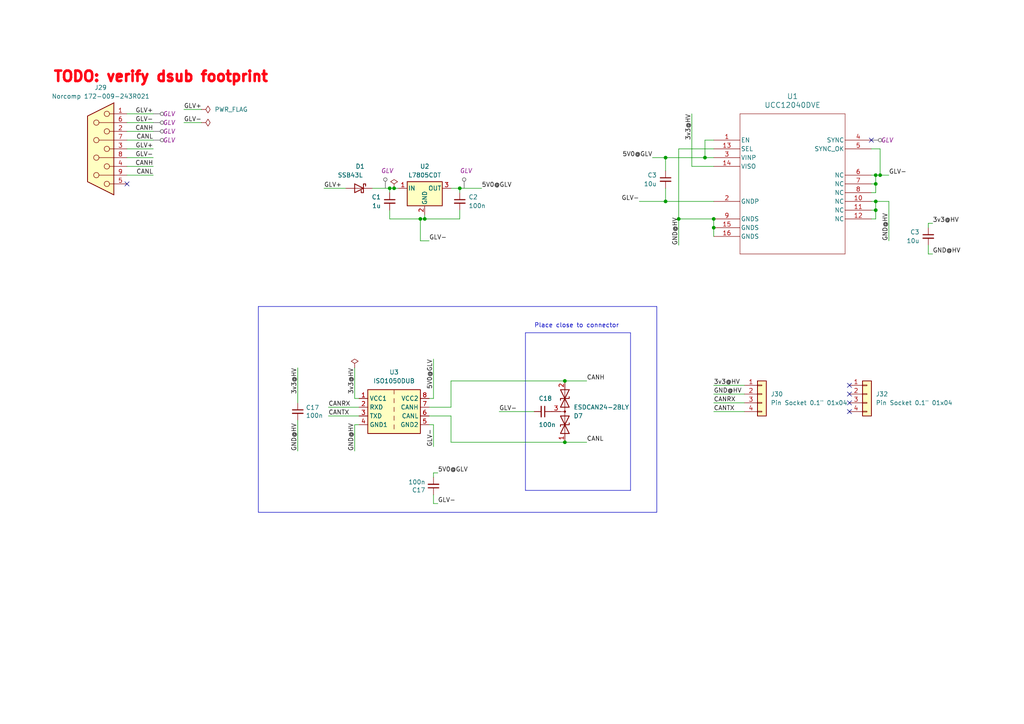
<source format=kicad_sch>
(kicad_sch (version 20230121) (generator eeschema)
  (paper "A4")
  (lib_symbols
    (symbol "2023-09-25_19-05-59:UCC12040DVE" (pin_names (offset 0.254))
      (property "Reference" "U" (at 22.86 12.7 0))
      (property "Value" "UCC12040DVE" (at 22.86 10.16 0))
      (symbol "UCC12040DVE_0_1"
        (polyline (pts (xy 7.62 -33.02) (xy 38.1 -33.02)) (stroke (width 0.127)))
        (polyline (pts (xy 7.62 7.62) (xy 7.62 -33.02)) (stroke (width 0.127)))
        (polyline (pts (xy 38.1 -33.02) (xy 38.1 7.62)) (stroke (width 0.127)))
        (polyline (pts (xy 38.1 7.62) (xy 7.62 7.62)) (stroke (width 0.127)))
        (pin unspecified line (at 0 0 0) (length 7.62) (name "EN") (number "1"))
        (pin unspecified line (at 0 -2.54 0) (length 7.62) (name "SEL") (number "13"))
        (pin unspecified line (at 0 -7.62 0) (length 7.62) (name "VISO") (number "14"))
        (pin power_out line (at 0 -25.4 0) (length 7.62) (name "GNDS") (number "15"))
        (pin power_out line (at 0 -27.94 0) (length 7.62) (name "GNDS") (number "16"))
        (pin power_out line (at 0 -17.78 0) (length 7.62) (name "GNDP") (number "2"))
        (pin unspecified line (at 0 -5.08 0) (length 7.62) (name "VINP") (number "3"))
        (pin unspecified line (at 45.72 0 180) (length 7.62) (name "SYNC") (number "4"))
        (pin unspecified line (at 45.72 -2.54 180) (length 7.62) (name "SYNC_OK") (number "5"))
        (pin power_out line (at 0 -22.86 0) (length 7.62) (name "GNDS") (number "9"))
      )
      (symbol "UCC12040DVE_1_1"
        (pin passive line (at 45.72 -17.78 180) (length 7.62) (name "NC") (number "10"))
        (pin passive line (at 45.72 -20.32 180) (length 7.62) (name "NC") (number "11"))
        (pin passive line (at 45.72 -22.86 180) (length 7.62) (name "NC") (number "12"))
        (pin passive line (at 45.72 -10.16 180) (length 7.62) (name "NC") (number "6"))
        (pin passive line (at 45.72 -12.7 180) (length 7.62) (name "NC") (number "7"))
        (pin passive line (at 45.72 -15.24 180) (length 7.62) (name "NC") (number "8"))
      )
    )
    (symbol "Connector:DE9_Receptacle" (pin_names (offset 1.016) hide)
      (property "Reference" "J" (at 0 13.97 0))
      (property "Value" "DE9_Receptacle" (at 0 -14.605 0))
      (symbol "DE9_Receptacle_0_1"
        (circle (center -1.778 -10.16) (radius 0.762))
        (circle (center -1.778 -5.08) (radius 0.762))
        (circle (center -1.778 0) (radius 0.762))
        (circle (center -1.778 5.08) (radius 0.762))
        (circle (center -1.778 10.16) (radius 0.762))
        (polyline (pts (xy -3.81 -10.16) (xy -2.54 -10.16)))
        (polyline (pts (xy -3.81 -7.62) (xy 0.508 -7.62)))
        (polyline (pts (xy -3.81 -5.08) (xy -2.54 -5.08)))
        (polyline (pts (xy -3.81 -2.54) (xy 0.508 -2.54)))
        (polyline (pts (xy -3.81 0) (xy -2.54 0)))
        (polyline (pts (xy -3.81 2.54) (xy 0.508 2.54)))
        (polyline (pts (xy -3.81 5.08) (xy -2.54 5.08)))
        (polyline (pts (xy -3.81 7.62) (xy 0.508 7.62)))
        (polyline (pts (xy -3.81 10.16) (xy -2.54 10.16)))
        (polyline (pts (xy -3.81 13.335) (xy -3.81 -13.335) (xy 3.81 -9.525) (xy 3.81 9.525) (xy -3.81 13.335)) (stroke (width 0.254)) (fill (type background)))
        (circle (center 1.27 -7.62) (radius 0.762))
        (circle (center 1.27 -2.54) (radius 0.762))
        (circle (center 1.27 2.54) (radius 0.762))
        (circle (center 1.27 7.62) (radius 0.762))
      )
      (symbol "DE9_Receptacle_1_1"
        (pin passive line (at -7.62 10.16 0) (length 3.81) (name "1") (number "1"))
        (pin passive line (at -7.62 5.08 0) (length 3.81) (name "2") (number "2"))
        (pin passive line (at -7.62 0 0) (length 3.81) (name "3") (number "3"))
        (pin passive line (at -7.62 -5.08 0) (length 3.81) (name "4") (number "4"))
        (pin passive line (at -7.62 -10.16 0) (length 3.81) (name "5") (number "5"))
        (pin passive line (at -7.62 7.62 0) (length 3.81) (name "6") (number "6"))
        (pin passive line (at -7.62 2.54 0) (length 3.81) (name "7") (number "7"))
        (pin passive line (at -7.62 -2.54 0) (length 3.81) (name "8") (number "8"))
        (pin passive line (at -7.62 -7.62 0) (length 3.81) (name "9") (number "9"))
      )
    )
    (symbol "Connector_Generic:Conn_01x04" (pin_names (offset 1.016) hide)
      (property "Reference" "J" (at 0 5.08 0))
      (property "Value" "Conn_01x04" (at 0 -7.62 0))
      (symbol "Conn_01x04_1_1"
        (rectangle (start -1.27 -4.953) (end 0 -5.207) (stroke (width 0.1524)))
        (rectangle (start -1.27 -2.413) (end 0 -2.667) (stroke (width 0.1524)))
        (rectangle (start -1.27 0.127) (end 0 -0.127) (stroke (width 0.1524)))
        (rectangle (start -1.27 2.667) (end 0 2.413) (stroke (width 0.1524)))
        (rectangle (start -1.27 3.81) (end 1.27 -6.35) (stroke (width 0.254)) (fill (type background)))
        (pin passive line (at -5.08 2.54 0) (length 3.81) (name "Pin_1") (number "1"))
        (pin passive line (at -5.08 0 0) (length 3.81) (name "Pin_2") (number "2"))
        (pin passive line (at -5.08 -2.54 0) (length 3.81) (name "Pin_3") (number "3"))
        (pin passive line (at -5.08 -5.08 0) (length 3.81) (name "Pin_4") (number "4"))
      )
    )
    (symbol "Device:C_Small" (pin_numbers hide) (pin_names (offset 0.254) hide)
      (property "Reference" "C" (at 0.254 1.778 0))
      (property "Value" "C_Small" (at 0.254 -2.032 0))
      (symbol "C_Small_0_1"
        (polyline (pts (xy -1.524 -0.508) (xy 1.524 -0.508)) (stroke (width 0.3302)))
        (polyline (pts (xy -1.524 0.508) (xy 1.524 0.508)) (stroke (width 0.3048)))
      )
      (symbol "C_Small_1_1"
        (pin passive line (at 0 2.54 270) (length 2.032) (name "~") (number "1"))
        (pin passive line (at 0 -2.54 90) (length 2.032) (name "~") (number "2"))
      )
    )
    (symbol "Device:D_Schottky" (pin_numbers hide) (pin_names (offset 1.016) hide)
      (property "Reference" "D" (at 0 2.54 0))
      (property "Value" "D_Schottky" (at 0 -2.54 0))
      (symbol "D_Schottky_0_1"
        (polyline (pts (xy 1.27 0) (xy -1.27 0)))
        (polyline (pts (xy 1.27 1.27) (xy 1.27 -1.27) (xy -1.27 0) (xy 1.27 1.27)) (stroke (width 0.254)))
        (polyline (pts (xy -1.905 0.635) (xy -1.905 1.27) (xy -1.27 1.27) (xy -1.27 -1.27) (xy -0.635 -1.27) (xy -0.635 -0.635)) (stroke (width 0.254)))
      )
      (symbol "D_Schottky_1_1"
        (pin passive line (at -3.81 0 0) (length 2.54) (name "K") (number "1"))
        (pin passive line (at 3.81 0 180) (length 2.54) (name "A") (number "2"))
      )
    )
    (symbol "Device:D_TVS_Dual_AAC" (pin_names (offset 1.016) hide)
      (property "Reference" "D" (at 0 4.445 0))
      (property "Value" "D_TVS_Dual_AAC" (at 0 2.54 0))
      (symbol "D_TVS_Dual_AAC_0_0"
        (polyline (pts (xy 0 -1.27) (xy 0 0)))
      )
      (symbol "D_TVS_Dual_AAC_0_1"
        (polyline (pts (xy -6.35 0) (xy 6.35 0)))
        (polyline (pts (xy -3.302 1.27) (xy -3.81 1.27) (xy -3.81 -1.27) (xy -4.318 -1.27)) (stroke (width 0.254)))
        (polyline (pts (xy 4.318 1.27) (xy 3.81 1.27) (xy 3.81 -1.27) (xy 3.302 -1.27)) (stroke (width 0.254)))
        (polyline (pts (xy -6.35 1.27) (xy -1.27 -1.27) (xy -1.27 1.27) (xy -6.35 -1.27) (xy -6.35 1.27)) (stroke (width 0.254)))
        (polyline (pts (xy 6.35 1.27) (xy 1.27 -1.27) (xy 1.27 1.27) (xy 6.35 -1.27) (xy 6.35 1.27)) (stroke (width 0.254)))
        (circle (center 0 0) (radius 0.254) (fill (type outline)))
      )
      (symbol "D_TVS_Dual_AAC_1_1"
        (pin passive line (at -8.89 0 0) (length 2.54) (name "A1") (number "1"))
        (pin passive line (at 8.89 0 180) (length 2.54) (name "A2") (number "2"))
        (pin input line (at 0 -3.81 90) (length 2.54) (name "common") (number "3"))
      )
    )
    (symbol "Interface_CAN_LIN:ISO1050DUB"
      (property "Reference" "U" (at -6.35 6.35 0))
      (property "Value" "ISO1050DUB" (at 2.54 6.35 0))
      (symbol "ISO1050DUB_0_1"
        (rectangle (start -7.62 5.08) (end 7.62 -7.62) (stroke (width 0.254)) (fill (type background)))
        (polyline (pts (xy 0 -5.08) (xy 0 -6.35)))
        (polyline (pts (xy 0 -2.54) (xy 0 -3.81)))
        (polyline (pts (xy 0 0) (xy 0 -1.27)))
        (polyline (pts (xy 0 2.54) (xy 0 1.27)))
        (polyline (pts (xy 0 5.08) (xy 0 3.81)))
      )
      (symbol "ISO1050DUB_1_1"
        (pin power_in line (at -10.16 2.54 0) (length 2.54) (name "VCC1") (number "1"))
        (pin output line (at -10.16 0 0) (length 2.54) (name "RXD") (number "2"))
        (pin input line (at -10.16 -2.54 0) (length 2.54) (name "TXD") (number "3"))
        (pin power_in line (at -10.16 -5.08 0) (length 2.54) (name "GND1") (number "4"))
        (pin power_in line (at 10.16 -5.08 180) (length 2.54) (name "GND2") (number "5"))
        (pin bidirectional line (at 10.16 -2.54 180) (length 2.54) (name "CANL") (number "6"))
        (pin bidirectional line (at 10.16 0 180) (length 2.54) (name "CANH") (number "7"))
        (pin power_in line (at 10.16 2.54 180) (length 2.54) (name "VCC2") (number "8"))
      )
    )
    (symbol "Regulator_Linear:L7805" (pin_names (offset 0.254))
      (property "Reference" "U" (at -3.81 3.175 0))
      (property "Value" "L7805" (at 0 3.175 0))
      (symbol "L7805_0_1"
        (rectangle (start -5.08 1.905) (end 5.08 -5.08) (stroke (width 0.254)) (fill (type background)))
      )
      (symbol "L7805_1_1"
        (pin power_in line (at -7.62 0 0) (length 2.54) (name "IN") (number "1"))
        (pin power_in line (at 0 -7.62 90) (length 2.54) (name "GND") (number "2"))
        (pin power_out line (at 7.62 0 180) (length 2.54) (name "OUT") (number "3"))
      )
    )
    (symbol "power:PWR_FLAG" (power) (pin_numbers hide) (pin_names (offset 0) hide)
      (property "Value" "PWR_FLAG" (at 0 3.81 0))
      (symbol "PWR_FLAG_0_0"
        (pin power_out line (at 0 0 90) (length 0) (name "pwr") (number "1"))
      )
      (symbol "PWR_FLAG_0_1"
        (polyline (pts (xy 0 0) (xy 0 1.27) (xy -1.016 1.905) (xy 0 2.54) (xy 1.016 1.905) (xy 0 1.27)))
      )
    )
  )
  (junction (at 254 60.96))
  (junction (at 123.19 63.5))
  (junction (at 204.47 45.72))
  (junction (at 163.83 128.27))
  (junction (at 254 50.8))
  (junction (at 254 58.42))
  (junction (at 193.04 58.42))
  (junction (at 114.3 54.61))
  (junction (at 207.01 63.5))
  (junction (at 193.04 45.72))
  (junction (at 255.27 50.8))
  (junction (at 207.01 66.04))
  (junction (at 163.83 110.49))
  (junction (at 121.92 63.5))
  (junction (at 196.85 63.5))
  (junction (at 254 53.34))
  (junction (at 113.03 54.61))
  (junction (at 133.35 54.61))
  (no_connect (at 246.38 116.84))
  (no_connect (at 252.73 40.64))
  (no_connect (at 246.38 111.76))
  (no_connect (at 36.83 53.34))
  (no_connect (at 246.38 114.3))
  (no_connect (at 246.38 119.38))
  (wire (pts (xy 207.01 66.04) (xy 207.01 68.58)))
  (wire (pts (xy 93.98 54.61) (xy 100.33 54.61)))
  (wire (pts (xy 207.01 43.18) (xy 196.85 43.18)))
  (wire (pts (xy 114.3 54.61) (xy 115.57 54.61)))
  (polyline (pts (xy 74.93 88.9) (xy 74.93 148.59)))
  (wire (pts (xy 36.83 40.64) (xy 44.45 40.64)))
  (wire (pts (xy 193.04 58.42) (xy 207.01 58.42)))
  (wire (pts (xy 207.01 63.5) (xy 207.01 66.04)))
  (wire (pts (xy 113.03 54.61) (xy 113.03 55.88)))
  (wire (pts (xy 170.18 128.27) (xy 163.83 128.27)))
  (wire (pts (xy 130.81 110.49) (xy 163.83 110.49)))
  (wire (pts (xy 252.73 58.42) (xy 254 58.42)))
  (wire (pts (xy 252.73 60.96) (xy 254 60.96)))
  (wire (pts (xy 193.04 54.61) (xy 193.04 58.42)))
  (wire (pts (xy 86.36 121.92) (xy 86.36 130.81)))
  (wire (pts (xy 130.81 120.65) (xy 130.81 128.27)))
  (wire (pts (xy 270.51 64.77) (xy 269.24 64.77)))
  (wire (pts (xy 170.18 110.49) (xy 163.83 110.49)))
  (wire (pts (xy 193.04 45.72) (xy 204.47 45.72)))
  (wire (pts (xy 207.01 111.76) (xy 215.9 111.76)))
  (wire (pts (xy 189.23 45.72) (xy 193.04 45.72)))
  (wire (pts (xy 124.46 120.65) (xy 130.81 120.65)))
  (wire (pts (xy 207.01 119.38) (xy 215.9 119.38)))
  (wire (pts (xy 252.73 43.18) (xy 255.27 43.18)))
  (wire (pts (xy 269.24 71.12) (xy 269.24 73.66)))
  (polyline (pts (xy 190.5 148.59) (xy 190.5 88.9)))
  (wire (pts (xy 269.24 64.77) (xy 269.24 66.04)))
  (wire (pts (xy 255.27 50.8) (xy 254 50.8)))
  (wire (pts (xy 102.87 115.57) (xy 104.14 115.57)))
  (wire (pts (xy 133.35 60.96) (xy 133.35 63.5)))
  (wire (pts (xy 102.87 123.19) (xy 102.87 130.81)))
  (wire (pts (xy 36.83 48.26) (xy 44.45 48.26)))
  (wire (pts (xy 254 55.88) (xy 254 53.34)))
  (wire (pts (xy 207.01 48.26) (xy 200.66 48.26)))
  (wire (pts (xy 257.81 58.42) (xy 257.81 69.85)))
  (wire (pts (xy 36.83 38.1) (xy 44.45 38.1)))
  (wire (pts (xy 133.35 54.61) (xy 139.7 54.61)))
  (wire (pts (xy 269.24 73.66) (xy 270.51 73.66)))
  (polyline (pts (xy 152.4 96.52) (xy 182.88 96.52)))
  (wire (pts (xy 124.46 118.11) (xy 130.81 118.11)))
  (wire (pts (xy 255.27 50.8) (xy 257.81 50.8)))
  (wire (pts (xy 252.73 55.88) (xy 254 55.88)))
  (wire (pts (xy 196.85 63.5) (xy 196.85 71.12)))
  (wire (pts (xy 193.04 45.72) (xy 193.04 49.53)))
  (wire (pts (xy 254 58.42) (xy 257.81 58.42)))
  (polyline (pts (xy 74.93 148.59) (xy 190.5 148.59)))
  (wire (pts (xy 207.01 114.3) (xy 215.9 114.3)))
  (wire (pts (xy 196.85 43.18) (xy 196.85 63.5)))
  (wire (pts (xy 254 60.96) (xy 254 58.42)))
  (wire (pts (xy 130.81 118.11) (xy 130.81 110.49)))
  (wire (pts (xy 130.81 128.27) (xy 163.83 128.27)))
  (wire (pts (xy 125.73 137.16) (xy 125.73 138.43)))
  (wire (pts (xy 196.85 63.5) (xy 207.01 63.5)))
  (wire (pts (xy 125.73 123.19) (xy 125.73 129.54)))
  (wire (pts (xy 36.83 35.56) (xy 44.45 35.56)))
  (wire (pts (xy 121.92 63.5) (xy 121.92 69.85)))
  (wire (pts (xy 254 63.5) (xy 254 60.96)))
  (wire (pts (xy 86.36 106.68) (xy 86.36 116.84)))
  (wire (pts (xy 123.19 63.5) (xy 123.19 62.23)))
  (wire (pts (xy 95.25 120.65) (xy 104.14 120.65)))
  (wire (pts (xy 36.83 33.02) (xy 44.45 33.02)))
  (wire (pts (xy 133.35 63.5) (xy 123.19 63.5)))
  (wire (pts (xy 113.03 63.5) (xy 121.92 63.5)))
  (wire (pts (xy 252.73 53.34) (xy 254 53.34)))
  (wire (pts (xy 185.42 58.42) (xy 193.04 58.42)))
  (wire (pts (xy 207.01 40.64) (xy 204.47 40.64)))
  (wire (pts (xy 36.83 50.8) (xy 44.45 50.8)))
  (wire (pts (xy 36.83 45.72) (xy 44.45 45.72)))
  (wire (pts (xy 102.87 106.68) (xy 102.87 115.57)))
  (wire (pts (xy 200.66 33.02) (xy 200.66 48.26)))
  (wire (pts (xy 204.47 40.64) (xy 204.47 45.72)))
  (wire (pts (xy 124.46 123.19) (xy 125.73 123.19)))
  (wire (pts (xy 125.73 104.14) (xy 125.73 115.57)))
  (polyline (pts (xy 74.93 88.9) (xy 190.5 88.9)))
  (wire (pts (xy 130.81 54.61) (xy 133.35 54.61)))
  (wire (pts (xy 113.03 54.61) (xy 114.3 54.61)))
  (wire (pts (xy 125.73 146.05) (xy 127 146.05)))
  (wire (pts (xy 204.47 45.72) (xy 207.01 45.72)))
  (wire (pts (xy 104.14 123.19) (xy 102.87 123.19)))
  (wire (pts (xy 144.78 119.38) (xy 154.94 119.38)))
  (polyline (pts (xy 182.88 142.24) (xy 152.4 142.24)))
  (wire (pts (xy 252.73 50.8) (xy 254 50.8)))
  (wire (pts (xy 121.92 69.85) (xy 124.46 69.85)))
  (wire (pts (xy 125.73 143.51) (xy 125.73 146.05)))
  (wire (pts (xy 107.95 54.61) (xy 113.03 54.61)))
  (wire (pts (xy 127 137.16) (xy 125.73 137.16)))
  (wire (pts (xy 95.25 118.11) (xy 104.14 118.11)))
  (wire (pts (xy 133.35 54.61) (xy 133.35 55.88)))
  (wire (pts (xy 254 53.34) (xy 254 50.8)))
  (wire (pts (xy 53.34 31.75) (xy 58.42 31.75)))
  (wire (pts (xy 36.83 43.18) (xy 44.45 43.18)))
  (wire (pts (xy 207.01 116.84) (xy 215.9 116.84)))
  (polyline (pts (xy 152.4 96.52) (xy 152.4 142.24)))
  (wire (pts (xy 255.27 43.18) (xy 255.27 50.8)))
  (wire (pts (xy 53.34 35.56) (xy 58.42 35.56)))
  (wire (pts (xy 124.46 115.57) (xy 125.73 115.57)))
  (wire (pts (xy 252.73 63.5) (xy 254 63.5)))
  (polyline (pts (xy 182.88 96.52) (xy 182.88 142.24)))
  (wire (pts (xy 121.92 63.5) (xy 123.19 63.5)))
  (wire (pts (xy 113.03 60.96) (xy 113.03 63.5)))
  (text "TODO: verify dsub footprint\n" (at 15.24 24.13 0) (effects (font (size 3 3) (thickness 0.8) bold) (justify left bottom)))
  (text "Place close to connector" (at 154.94 95.25 0) (effects (font (size 1.27 1.27)) (justify left bottom)))
  (label "GLV-" (at 127 146.05 0))
  (label "CANH" (at 44.45 48.26 180))
  (label "CANL" (at 170.18 128.27 0))
  (label "GND@HV" (at 207.01 114.3 0))
  (label "GLV-" (at 257.81 50.8 0))
  (label "5V0@GLV" (at 127 137.16 0))
  (label "GLV-" (at 53.34 35.56 0))
  (label "3v3@HV" (at 207.01 111.76 0))
  (label "GLV-" (at 185.42 58.42 180))
  (label "GND@HV" (at 102.87 130.81 90))
  (label "GLV+" (at 53.34 31.75 0))
  (label "5V0@GLV" (at 139.7 54.61 0))
  (label "3v3@HV" (at 102.87 106.68 270))
  (label "3v3@HV" (at 200.66 33.02 270))
  (label "GND@HV" (at 270.51 73.66 0))
  (label "GLV+" (at 44.45 43.18 180))
  (label "GLV+" (at 93.98 54.61 0))
  (label "CANL" (at 44.45 50.8 180))
  (label "GLV-" (at 44.45 45.72 180))
  (label "GLV-" (at 125.73 129.54 90))
  (label "5V0@GLV" (at 189.23 45.72 180))
  (label "GND@HV" (at 196.85 71.12 90))
  (label "CANH" (at 170.18 110.49 0))
  (label "GLV-" (at 44.45 35.56 180))
  (label "GLV+" (at 44.45 33.02 180))
  (label "CANTX" (at 207.01 119.38 0))
  (label "CANRX" (at 95.25 118.11 0))
  (label "CANL" (at 44.45 40.64 180))
  (label "GND@HV" (at 257.81 69.85 90))
  (label "5V0@GLV" (at 125.73 104.14 270))
  (label "3v3@HV" (at 86.36 106.68 270))
  (label "GLV-" (at 144.78 119.38 0))
  (label "GND@HV" (at 86.36 130.81 90))
  (label "3v3@HV" (at 270.51 64.77 0))
  (label "CANRX" (at 207.01 116.84 0))
  (label "CANTX" (at 95.25 120.65 0))
  (label "CANH" (at 44.45 38.1 180))
  (label "GLV-" (at 124.46 69.85 0))
  (netclass_flag "" (length 2.54) (shape round) (at 44.45 33.02 270) (property "Netclass" "GLV" (at 50.8 33.02 0) (effects (font italic) (justify right))))
  (netclass_flag "" (length 2.54) (shape round) (at 44.45 35.56 270) (property "Netclass" "GLV" (at 50.8 35.56 0) (effects (font italic) (justify right))))
  (netclass_flag "" (length 2.54) (shape round) (at 111.76 54.61 0) (property "Netclass" "GLV" (at 110.49 49.53 0) (effects (font italic) (justify left))))
  (netclass_flag "" (length 2.54) (shape round) (at 252.73 40.64 270) (property "Netclass" "GLV" (at 259.08 40.64 0) (effects (font italic) (justify right))))
  (netclass_flag "" (length 2.54) (shape round) (at 134.62 54.61 0) (property "Netclass" "GLV" (at 133.35 49.53 0) (effects (font italic) (justify left))))
  (netclass_flag "" (length 2.54) (shape round) (at 44.45 38.1 270) (property "Netclass" "GLV" (at 50.8 38.1 0) (effects (font italic) (justify right))))
  (netclass_flag "" (length 2.54) (shape round) (at 44.45 40.64 270) (property "Netclass" "GLV" (at 50.8 40.64 0) (effects (font italic) (justify right))))
  (symbol (lib_id "Device:C_Small") (at 113.03 58.42 0) (unit 1)
    (property "Reference" "C1" (at 110.49 57.1563 0) (effects (justify right)))
    (property "Value" "1u" (at 110.49 59.6963 0) (effects (justify right)))
    (property "Footprint" "Capacitor_SMD:C_0603_1608Metric" (effects hide))
    (property "LibRef" "CL10A105KA8NNNC" (effects hide))
    (property "SKU" "CL10A105KA8NNNC" (effects hide))
    (property "Supplier" "Digikey" (effects hide))
    (instances (project "cell-tap-connector-pcb" (path "" (reference "C1") (unit 1)) (path "" (reference "C27") (unit 1))))
  )
  (symbol (lib_id "power:PWR_FLAG") (at 58.42 31.75 270) (unit 1)
    (property "Reference" "#FLG05" (effects hide))
    (property "Value" "PWR_FLAG" (at 62.23 31.75 90) (effects (justify left)))
  )
  (symbol (lib_id "Connector_Generic:Conn_01x04") (at 220.98 114.3 0) (unit 1) (in_bom no)
    (property "Reference" "J30" (at 223.52 114.3 0) (effects (justify left)))
    (property "Value" "Pin Socket 0.1\" 01x04" (at 223.52 116.84 0) (effects (justify left)))
    (property "Footprint" "Connector_PinSocket_2.54mm:PinSocket_1x04_P2.54mm_Vertical" (effects hide))
  )
  (symbol (lib_id "Device:C_Small") (at 157.48 119.38 270) (unit 1)
    (property "Reference" "C18" (at 156.21 115.57 90) (effects (justify left)))
    (property "Value" "100n" (at 156.21 123.19 90) (effects (justify left)))
    (property "Footprint" "Capacitor_SMD:C_0603_1608Metric" (effects hide))
    (property "LCSC" "C307331" (effects hide))
    (property "LibRef" "CL10B104KB8NNNC" (effects hide))
    (property "SKU" "CL10B104KB8NNNC" (effects hide))
    (property "Supplier" "Digikey" (effects hide))
    (property "Description" "CAP CER 0.1UF 50V X7R 0603" (effects hide))
    (instances (project "microcontroller" (path "" (reference "C18") (unit 1))) (project "cell-tap-connector-pcb" (path "" (reference "C14") (unit 1)) (path "" (reference "C30") (unit 1))))
  )
  (symbol (lib_id "power:PWR_FLAG") (at 102.87 106.68 0) (unit 1)
    (property "Reference" "#FLG07" (effects hide))
    (property "Value" "PWR_FLAG" (effects hide))
  )
  (symbol (lib_id "Device:C_Small") (at 86.36 119.38 0) (unit 1)
    (property "Reference" "C17" (at 88.6968 118.2116 0) (effects (justify left)))
    (property "Value" "100n" (at 88.6968 120.523 0) (effects (justify left)))
    (property "Footprint" "Capacitor_SMD:C_0603_1608Metric" (effects hide))
    (property "LCSC" "C307331" (effects hide))
    (property "LibRef" "CL10B104KB8NNNC" (effects hide))
    (property "SKU" "CL10B104KB8NNNC" (effects hide))
    (property "Supplier" "Digikey" (effects hide))
    (property "Description" "CAP CER 0.1UF 50V X7R 0603" (effects hide))
    (instances (project "microcontroller" (path "" (reference "C17") (unit 1))) (project "cell-tap-connector-pcb" (path "" (reference "C13") (unit 1)) (path "" (reference "C29") (unit 1))))
  )
  (symbol (lib_id "Regulator_Linear:L7805") (at 123.19 54.61 0) (unit 1)
    (property "Reference" "U2" (at 123.19 48.26 0))
    (property "Value" "L7805CDT" (at 123.19 50.8 0))
    (property "Footprint" "Package_TO_SOT_SMD:TO-252-2" (effects hide))
    (property "Datasheet" "http://www.st.com/content/ccc/resource/technical/document/datasheet/41/4f/b3/b0/12/d4/47/88/CD00000444.pdf/files/CD00000444.pdf/jcr:content/translations/en.CD00000444.pdf" (effects hide))
    (property "LibRef" "L7805CDT-TR" (effects hide))
    (property "SKU" "L7805CDT-TR" (effects hide))
    (property "Supplier" "Digikey" (effects hide))
    (instances (project "cell-tap-connector-pcb" (path "" (reference "U2") (unit 1)) (path "" (reference "U3") (unit 1))))
  )
  (symbol (lib_id "Device:C_Small") (at 133.35 58.42 0) (mirror y) (unit 1)
    (property "Reference" "C2" (at 135.89 57.1563 0) (effects (justify right)))
    (property "Value" "100n" (at 135.89 59.6963 0) (effects (justify right)))
    (property "Footprint" "Capacitor_SMD:C_0603_1608Metric" (effects hide))
    (property "LibRef" "CL10B104KB8NNNC" (effects hide))
    (property "SKU" "CL10B104KB8NNNC" (effects hide))
    (property "Supplier" "Digikey" (effects hide))
    (property "Description" "CAP CER 0.1UF 50V X7R 0603" (effects hide))
    (instances (project "cell-tap-connector-pcb" (path "" (reference "C2") (unit 1)) (path "" (reference "C28") (unit 1))))
  )
  (symbol (lib_id "2023-09-25_19-05-59:UCC12040DVE") (at 207.01 40.64 0) (unit 1)
    (property "Reference" "U1" (at 229.87 27.94 0) (effects (font (size 1.524 1.524))))
    (property "Value" "UCC12040DVE" (at 229.87 30.48 0) (effects (font (size 1.524 1.524))))
    (property "Footprint" "SO_0DVER_TEX" (effects hide))
    (property "Datasheet" "https://www.ti.com/general/docs/suppproductinfo.tsp?distId=10&gotoUrl=http%253A%252F%252Fwww.ti.com%252Flit%252Fgpn%252Fucc12040" (effects hide))
    (property "SKU" "UCC12040DVE" (effects hide))
    (property "Supplier" "Digikey" (effects hide))
    (instances (project "cell-tap-connector-pcb" (path "" (reference "U1") (unit 1)) (path "" (reference "U2") (unit 1))))
  )
  (symbol (lib_id "Interface_CAN_LIN:ISO1050DUB") (at 114.3 118.11 0) (unit 1)
    (property "Reference" "U3" (at 114.3 107.95 0))
    (property "Value" "ISO1050DUB" (at 114.3 110.49 0))
    (property "Footprint" "Package_SO:SOP-8_6.62x9.15mm_P2.54mm" (effects hide))
    (property "Datasheet" "http://www.ti.com/lit/ds/symlink/iso1050.pdf" (effects hide))
    (property "SKU" "ISO1050DUB" (effects hide))
    (property "Supplier" "Digikey" (effects hide))
    (instances (project "cell-tap-connector-pcb" (path "" (reference "U3") (unit 1)) (path "" (reference "U4") (unit 1))))
  )
  (symbol (lib_id "Device:C_Small") (at 125.73 140.97 180) (unit 1)
    (property "Reference" "C17" (at 123.3932 142.1384 0) (effects (justify left)))
    (property "Value" "100n" (at 123.3932 139.827 0) (effects (justify left)))
    (property "Footprint" "Capacitor_SMD:C_0603_1608Metric" (effects hide))
    (property "LCSC" "C307331" (effects hide))
    (property "LibRef" "CL10B104KB8NNNC" (effects hide))
    (property "SKU" "CL10B104KB8NNNC" (effects hide))
    (property "Supplier" "Digikey" (effects hide))
    (property "Description" "CAP CER 0.1UF 50V X7R 0603" (effects hide))
    (instances (project "microcontroller" (path "" (reference "C17") (unit 1))) (project "cell-tap-connector-pcb" (path "" (reference "C13") (unit 1)) (path "" (reference "C31") (unit 1))))
  )
  (symbol (lib_id "Device:D_TVS_Dual_AAC") (at 163.83 119.38 270) (mirror x) (unit 1)
    (property "Reference" "D7" (at 166.37 120.6501 90) (effects (justify left)))
    (property "Value" "ESDCAN24-2BLY" (at 166.37 118.1101 90) (effects (justify left)))
    (property "Footprint" "Package_TO_SOT_SMD:SOT-323_SC-70" (effects hide))
    (property "LCSC" "C151237" (effects hide))
    (property "SKU" "ESDCAN24-2BLY" (effects hide))
    (property "Supplier" "Digikey" (effects hide))
    (instances (project "microcontroller" (path "" (reference "D7") (unit 1))) (project "cell-tap-connector-pcb" (path "" (reference "D2") (unit 1)) (path "" (reference "D19") (unit 1))))
  )
  (symbol (lib_id "Device:C_Small") (at 269.24 68.58 0) (unit 1)
    (property "Reference" "C3" (at 266.7 67.3163 0) (effects (justify right)))
    (property "Value" "10u" (at 266.7 69.8563 0) (effects (justify right)))
    (property "Footprint" "Capacitor_SMD:C_0603_1608Metric" (effects hide))
    (property "LibRef" "CL10A106MP8NNNC" (effects hide))
    (property "SKU" "CL10A106MP8NNNC" (effects hide))
    (property "Supplier" "Digikey" (effects hide))
    (property "Description" "CAP CER 10UF 10V X5R 0603" (effects hide))
    (instances (project "cell-tap-connector-pcb" (path "" (reference "C3") (unit 1)) (path "" (reference "C32") (unit 1))))
  )
  (symbol (lib_id "Connector_Generic:Conn_01x04") (at 251.46 114.3 0) (unit 1) (in_bom no)
    (property "Reference" "J32" (at 254 114.3 0) (effects (justify left)))
    (property "Value" "Pin Socket 0.1\" 01x04" (at 254 116.84 0) (effects (justify left)))
    (property "Footprint" "Connector_PinSocket_2.54mm:PinSocket_1x04_P2.54mm_Vertical" (effects hide))
    (instances (project "cell-tap-connector-pcb" (path "" (reference "J32") (unit 1)) (path "" (reference "J26") (unit 1))))
  )
  (symbol (lib_id "Device:C_Small") (at 193.04 52.07 0) (unit 1)
    (property "Reference" "C3" (at 190.5 50.8063 0) (effects (justify right)))
    (property "Value" "10u" (at 190.5 53.3463 0) (effects (justify right)))
    (property "Footprint" "Capacitor_SMD:C_0603_1608Metric" (effects hide))
    (property "LibRef" "CL10A106MP8NNNC" (effects hide))
    (property "SKU" "CL10A106MP8NNNC" (effects hide))
    (property "Supplier" "Digikey" (effects hide))
    (property "Description" "CAP CER 10UF 10V X5R 0603" (effects hide))
    (instances (project "cell-tap-connector-pcb" (path "" (reference "C3") (unit 1)) (path "" (reference "C26") (unit 1))))
  )
  (symbol (lib_id "Connector:DE9_Receptacle") (at 29.21 43.18 0) (mirror y) (unit 1)
    (property "Reference" "J29" (at 29.21 25.4 0))
    (property "Value" "Norcomp 172-009-243R021" (at 29.21 27.94 0))
    (property "Footprint" "Connector_Dsub:DSUB-9_Female_Vertical_P2.77x2.84mm" (effects hide))
    (property "Datasheet" " ~" (effects hide))
    (property "SKU" "172-009-243R021" (effects hide))
    (property "Supplier" "Digikey" (effects hide))
  )
  (symbol (lib_id "Device:D_Schottky") (at 104.14 54.61 0) (mirror y) (unit 1)
    (property "Reference" "D1" (at 104.4575 48.26 0))
    (property "Value" "SSB43L" (at 101.6 50.8 0))
    (property "Footprint" "Diode_SMD:D_SMA-SMB_Universal_Handsoldering" (effects hide))
    (property "LibRef" "SSB43L-M3/52T" (effects hide))
    (property "SKU" "SSB43L-M3/52T" (effects hide))
    (property "Supplier" "Digikey" (effects hide))
    (instances (project "cell-tap-connector-pcb" (path "" (reference "D1") (unit 1)) (path "" (reference "D18") (unit 1))))
  )
  (symbol (lib_id "power:PWR_FLAG") (at 114.3 54.61 0) (unit 1)
    (property "Reference" "#FLG06" (effects hide))
    (property "Value" "PWR_FLAG" (effects hide))
  )
  (symbol (lib_id "power:PWR_FLAG") (at 58.42 35.56 270) (unit 1)
    (property "Reference" "#FLG04" (effects hide))
    (property "Value" "PWR_FLAG" (effects hide))
  )
)
</source>
